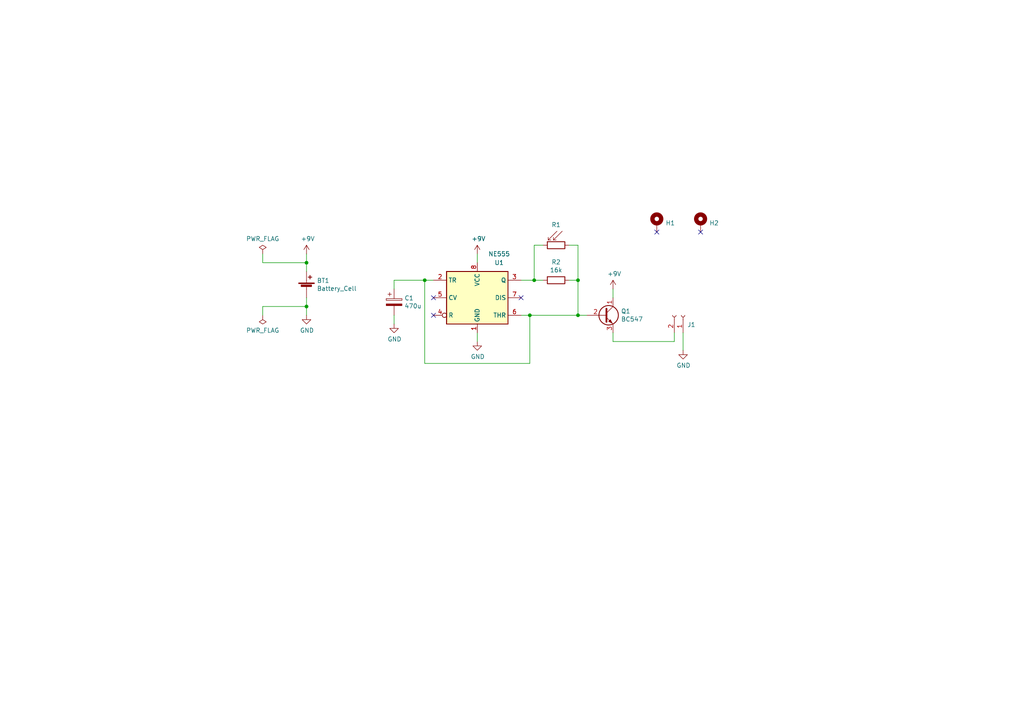
<source format=kicad_sch>
(kicad_sch (version 20211123) (generator eeschema)
  (paper "A4")
  (lib_symbols
    (symbol "555BreathingCircuit-rescue:CP-Device" (pin_numbers hide) (pin_names (offset 0.254))
      (property "Reference" "C" (at 0.635 2.54 0))
      (property "Value" "CP-Device" (at 0.635 -2.54 0))
      (symbol "CP-Device_0_1"
        (rectangle (start -2.286 0.508) (end 2.286 1.016))
        (polyline (pts (xy -1.778 2.286) (xy -0.762 2.286)))
        (polyline (pts (xy -1.27 2.794) (xy -1.27 1.778)))
        (rectangle (start 2.286 -0.508) (end -2.286 -1.016) (fill (type outline)))
      )
      (symbol "CP-Device_1_1"
        (pin passive line (at 0 3.81 270) (length 2.794) (name "~") (number "1"))
        (pin passive line (at 0 -3.81 90) (length 2.794) (name "~") (number "2"))
      )
    )
    (symbol "555BreathingCircuit-rescue:NE555-Timer"
      (property "Reference" "U" (at -10.16 8.89 0))
      (property "Value" "NE555-Timer" (at 2.54 8.89 0))
      (symbol "NE555-Timer_0_0"
        (pin power_in line (at 0 -10.16 90) (length 2.54) (name "GND") (number "1"))
        (pin power_in line (at 0 10.16 270) (length 2.54) (name "VCC") (number "8"))
      )
      (symbol "NE555-Timer_0_1"
        (rectangle (start -8.89 -7.62) (end 8.89 7.62) (stroke (width 0.254)) (fill (type background)))
        (rectangle (start -8.89 -7.62) (end 8.89 7.62) (stroke (width 0.254)) (fill (type background)))
      )
      (symbol "NE555-Timer_1_1"
        (pin input line (at -12.7 5.08 0) (length 3.81) (name "TR") (number "2"))
        (pin output line (at 12.7 5.08 180) (length 3.81) (name "Q") (number "3"))
        (pin input inverted (at -12.7 -5.08 0) (length 3.81) (name "R") (number "4"))
        (pin input line (at -12.7 0 0) (length 3.81) (name "CV") (number "5"))
        (pin input line (at 12.7 -5.08 180) (length 3.81) (name "THR") (number "6"))
        (pin input line (at 12.7 0 180) (length 3.81) (name "DIS") (number "7"))
      )
    )
    (symbol "Connector:Conn_01x02_Female" (pin_names (offset 1.016) hide)
      (property "Reference" "J" (at 0 2.54 0))
      (property "Value" "Conn_01x02_Female" (at 0 -5.08 0))
      (symbol "Conn_01x02_Female_1_1"
        (arc (start 0 -2.032) (mid -0.508 -2.54) (end 0 -3.048) (stroke (width 0.1524)))
        (polyline (pts (xy -1.27 -2.54) (xy -0.508 -2.54)) (stroke (width 0.1524)))
        (polyline (pts (xy -1.27 0) (xy -0.508 0)) (stroke (width 0.1524)))
        (arc (start 0 0.508) (mid -0.508 0) (end 0 -0.508) (stroke (width 0.1524)))
        (pin passive line (at -5.08 0 0) (length 3.81) (name "Pin_1") (number "1"))
        (pin passive line (at -5.08 -2.54 0) (length 3.81) (name "Pin_2") (number "2"))
      )
    )
    (symbol "Device:Battery_Cell" (pin_numbers hide) (pin_names (offset 0) hide)
      (property "Reference" "BT" (at 2.54 2.54 0))
      (property "Value" "Battery_Cell" (at 2.54 0 0))
      (symbol "Battery_Cell_0_1"
        (rectangle (start -2.286 1.778) (end 2.286 1.524) (fill (type outline)))
        (rectangle (start -1.5748 1.1938) (end 1.4732 0.6858) (fill (type outline)))
        (polyline (pts (xy 0 0.762) (xy 0 0)))
        (polyline (pts (xy 0 1.778) (xy 0 2.54)))
        (polyline (pts (xy 0.508 3.429) (xy 1.524 3.429)) (stroke (width 0.254)))
        (polyline (pts (xy 1.016 3.937) (xy 1.016 2.921)) (stroke (width 0.254)))
      )
      (symbol "Battery_Cell_1_1"
        (pin passive line (at 0 5.08 270) (length 2.54) (name "+") (number "1"))
        (pin passive line (at 0 -2.54 90) (length 2.54) (name "-") (number "2"))
      )
    )
    (symbol "Device:R" (pin_numbers hide) (pin_names (offset 0))
      (property "Reference" "R" (at 2.032 0 90))
      (property "Value" "R" (at 0 0 90))
      (symbol "R_0_1"
        (rectangle (start -1.016 -2.54) (end 1.016 2.54) (stroke (width 0.254)))
      )
      (symbol "R_1_1"
        (pin passive line (at 0 3.81 270) (length 1.27) (name "~") (number "1"))
        (pin passive line (at 0 -3.81 90) (length 1.27) (name "~") (number "2"))
      )
    )
    (symbol "Mechanical:MountingHole_Pad" (pin_numbers hide) (pin_names (offset 1.016) hide)
      (property "Reference" "H" (at 0 6.35 0))
      (property "Value" "MountingHole_Pad" (at 0 4.445 0))
      (symbol "MountingHole_Pad_0_1"
        (circle (center 0 1.27) (radius 1.27) (stroke (width 1.27)))
      )
      (symbol "MountingHole_Pad_1_1"
        (pin input line (at 0 -2.54 90) (length 2.54) (name "1") (number "1"))
      )
    )
    (symbol "Sensor_Optical:A1050" (pin_numbers hide) (pin_names (offset 0))
      (property "Reference" "R" (at -5.08 0 90))
      (property "Value" "A1050" (at 1.905 0 90))
      (symbol "A1050_0_1"
        (rectangle (start -1.016 2.54) (end 1.016 -2.54) (stroke (width 0.254)))
        (polyline (pts (xy -1.524 -2.286) (xy -4.064 0.254)))
        (polyline (pts (xy -1.524 -2.286) (xy -2.286 -2.286)))
        (polyline (pts (xy -1.524 -2.286) (xy -1.524 -1.524)))
        (polyline (pts (xy -1.524 -0.762) (xy -4.064 1.778)))
        (polyline (pts (xy -1.524 -0.762) (xy -2.286 -0.762)))
        (polyline (pts (xy -1.524 -0.762) (xy -1.524 0)))
      )
      (symbol "A1050_1_1"
        (pin passive line (at 0 3.81 270) (length 1.27) (name "~") (number "1"))
        (pin passive line (at 0 -3.81 90) (length 1.27) (name "~") (number "2"))
      )
    )
    (symbol "Transistor_BJT:BC547" (pin_names (offset 0) hide)
      (property "Reference" "Q" (at 5.08 1.905 0))
      (property "Value" "BC547" (at 5.08 0 0))
      (symbol "BC547_0_1"
        (polyline (pts (xy 0 0) (xy 0.635 0)))
        (polyline (pts (xy 0.635 0.635) (xy 2.54 2.54)))
        (polyline (pts (xy 0.635 -0.635) (xy 2.54 -2.54) (xy 2.54 -2.54)))
        (polyline (pts (xy 0.635 1.905) (xy 0.635 -1.905) (xy 0.635 -1.905)) (stroke (width 0.508)))
        (polyline (pts (xy 1.27 -1.778) (xy 1.778 -1.27) (xy 2.286 -2.286) (xy 1.27 -1.778) (xy 1.27 -1.778)) (fill (type outline)))
        (circle (center 1.27 0) (radius 2.8194) (stroke (width 0.254)))
      )
      (symbol "BC547_1_1"
        (pin passive line (at 2.54 5.08 270) (length 2.54) (name "C") (number "1"))
        (pin input line (at -5.08 0 0) (length 5.08) (name "B") (number "2"))
        (pin passive line (at 2.54 -5.08 90) (length 2.54) (name "E") (number "3"))
      )
    )
    (symbol "power:+9V" (power) (pin_names (offset 0))
      (property "Value" "+9V" (at 0 3.556 0))
      (symbol "+9V_0_1"
        (polyline (pts (xy -0.762 1.27) (xy 0 2.54)))
        (polyline (pts (xy 0 0) (xy 0 2.54)))
        (polyline (pts (xy 0 2.54) (xy 0.762 1.27)))
      )
      (symbol "+9V_1_1"
        (pin power_in line (at 0 0 90) (length 0) hide (name "+9V") (number "1"))
      )
    )
    (symbol "power:GND" (power) (pin_names (offset 0))
      (property "Value" "GND" (at 0 -3.81 0))
      (symbol "GND_0_1"
        (polyline (pts (xy 0 0) (xy 0 -1.27) (xy 1.27 -1.27) (xy 0 -2.54) (xy -1.27 -1.27) (xy 0 -1.27)))
      )
      (symbol "GND_1_1"
        (pin power_in line (at 0 0 270) (length 0) hide (name "GND") (number "1"))
      )
    )
    (symbol "power:PWR_FLAG" (power) (pin_numbers hide) (pin_names (offset 0) hide)
      (property "Value" "PWR_FLAG" (at 0 3.81 0))
      (symbol "PWR_FLAG_0_0"
        (pin power_out line (at 0 0 90) (length 0) (name "pwr") (number "1"))
      )
      (symbol "PWR_FLAG_0_1"
        (polyline (pts (xy 0 0) (xy 0 1.27) (xy -1.016 1.905) (xy 0 2.54) (xy 1.016 1.905) (xy 0 1.27)))
      )
    )
  )
  (junction (at 154.94 81.28))
  (junction (at 88.9 76.2))
  (junction (at 88.9 88.9))
  (junction (at 167.64 91.44))
  (junction (at 123.19 81.28))
  (junction (at 167.64 81.28))
  (junction (at 153.67 91.44))
  (no_connect (at 125.73 91.44))
  (no_connect (at 190.5 67.31))
  (no_connect (at 151.13 86.36))
  (no_connect (at 203.2 67.31))
  (no_connect (at 125.73 86.36))
  (wire (pts (xy 76.2 91.44) (xy 76.2 88.9)))
  (wire (pts (xy 114.3 81.28) (xy 123.19 81.28)))
  (wire (pts (xy 153.67 105.41) (xy 153.67 91.44)))
  (wire (pts (xy 154.94 81.28) (xy 157.48 81.28)))
  (wire (pts (xy 114.3 93.98) (xy 114.3 91.44)))
  (wire (pts (xy 138.43 76.2) (xy 138.43 73.66)))
  (wire (pts (xy 88.9 86.36) (xy 88.9 88.9)))
  (wire (pts (xy 138.43 99.06) (xy 138.43 96.52)))
  (wire (pts (xy 198.12 101.6) (xy 198.12 96.52)))
  (wire (pts (xy 88.9 88.9) (xy 88.9 91.44)))
  (wire (pts (xy 177.8 99.06) (xy 195.58 99.06)))
  (wire (pts (xy 123.19 81.28) (xy 123.19 105.41)))
  (wire (pts (xy 114.3 83.82) (xy 114.3 81.28)))
  (wire (pts (xy 165.1 71.12) (xy 167.64 71.12)))
  (wire (pts (xy 76.2 76.2) (xy 88.9 76.2)))
  (wire (pts (xy 165.1 81.28) (xy 167.64 81.28)))
  (wire (pts (xy 76.2 73.66) (xy 76.2 76.2)))
  (wire (pts (xy 167.64 91.44) (xy 153.67 91.44)))
  (wire (pts (xy 123.19 81.28) (xy 125.73 81.28)))
  (wire (pts (xy 76.2 88.9) (xy 88.9 88.9)))
  (wire (pts (xy 167.64 91.44) (xy 170.18 91.44)))
  (wire (pts (xy 157.48 71.12) (xy 154.94 71.12)))
  (wire (pts (xy 167.64 81.28) (xy 167.64 91.44)))
  (wire (pts (xy 88.9 73.66) (xy 88.9 76.2)))
  (wire (pts (xy 153.67 91.44) (xy 151.13 91.44)))
  (wire (pts (xy 167.64 71.12) (xy 167.64 81.28)))
  (wire (pts (xy 177.8 96.52) (xy 177.8 99.06)))
  (wire (pts (xy 123.19 105.41) (xy 153.67 105.41)))
  (wire (pts (xy 154.94 71.12) (xy 154.94 81.28)))
  (wire (pts (xy 195.58 99.06) (xy 195.58 96.52)))
  (wire (pts (xy 151.13 81.28) (xy 154.94 81.28)))
  (wire (pts (xy 88.9 76.2) (xy 88.9 78.74)))
  (wire (pts (xy 177.8 83.82) (xy 177.8 86.36)))
  (symbol (lib_id "555BreathingCircuit-rescue:NE555-Timer") (at 138.43 86.36 0) (unit 1)
    (property "Reference" "U1" (at 144.78 76.2 0))
    (property "Value" "NE555" (at 144.78 73.66 0))
    (property "Footprint" "Package_DIP:DIP-8_W7.62mm_Socket_LongPads" (effects hide))
    (property "Datasheet" "http://www.ti.com/lit/ds/symlink/ne555.pdf" (effects hide))
  )
  (symbol (lib_id "Device:Battery_Cell") (at 88.9 83.82 0) (unit 1)
    (property "Reference" "BT1" (at 91.8972 81.3816 0) (effects (justify left)))
    (property "Value" "Battery_Cell" (at 91.8972 83.693 0) (effects (justify left)))
    (property "Footprint" "customParts:9V_Batt_Clip" (effects hide))
  )
  (symbol (lib_id "power:GND") (at 88.9 91.44 0) (unit 1)
    (property "Reference" "#PWR04" (effects hide))
    (property "Value" "GND" (at 89.027 95.8342 0))
  )
  (symbol (lib_id "power:+9V") (at 88.9 73.66 0) (unit 1)
    (property "Reference" "#PWR02" (effects hide))
    (property "Value" "+9V" (at 89.281 69.2658 0))
  )
  (symbol (lib_id "power:+9V") (at 138.43 73.66 0) (unit 1)
    (property "Reference" "#PWR01" (effects hide))
    (property "Value" "+9V" (at 138.811 69.2658 0))
  )
  (symbol (lib_id "power:GND") (at 138.43 99.06 0) (unit 1)
    (property "Reference" "#PWR06" (effects hide))
    (property "Value" "GND" (at 138.557 103.4542 0))
  )
  (symbol (lib_id "555BreathingCircuit-rescue:CP-Device") (at 114.3 87.63 0) (unit 1)
    (property "Reference" "C1" (at 117.2972 86.4616 0) (effects (justify left)))
    (property "Value" "470u" (at 117.2972 88.773 0) (effects (justify left)))
    (property "Footprint" "Capacitor_THT:CP_Radial_D6.3mm_P2.50mm" (effects hide))
  )
  (symbol (lib_id "power:GND") (at 114.3 93.98 0) (unit 1)
    (property "Reference" "#PWR05" (effects hide))
    (property "Value" "GND" (at 114.427 98.3742 0))
  )
  (symbol (lib_id "Device:R") (at 161.29 81.28 270) (unit 1)
    (property "Reference" "R2" (at 161.29 76.0222 90))
    (property "Value" "16k" (at 161.29 78.3336 90))
    (property "Footprint" "Resistor_THT:R_Axial_DIN0207_L6.3mm_D2.5mm_P7.62mm_Horizontal" (effects hide))
  )
  (symbol (lib_id "Transistor_BJT:BC547") (at 175.26 91.44 0) (unit 1)
    (property "Reference" "Q1" (at 180.1114 90.2716 0) (effects (justify left)))
    (property "Value" "BC547" (at 180.1114 92.583 0) (effects (justify left)))
    (property "Footprint" "Package_TO_SOT_THT:TO-92_Inline" (effects hide))
    (property "Datasheet" "http://www.fairchildsemi.com/ds/BC/BC547.pdf" (effects hide))
  )
  (symbol (lib_id "power:+9V") (at 177.8 83.82 0) (unit 1)
    (property "Reference" "#PWR03" (effects hide))
    (property "Value" "+9V" (at 178.181 79.4258 0))
  )
  (symbol (lib_id "Sensor_Optical:A1050") (at 161.29 71.12 270) (unit 1)
    (property "Reference" "R1" (at 161.29 65.2018 90))
    (property "Value" "A1050" (effects hide))
    (property "Footprint" "OptoDevice:R_LDR_4.9x4.2mm_P2.54mm_Vertical" (effects hide))
    (property "Datasheet" "http://cdn-reichelt.de/documents/datenblatt/A500/A106012.pdf" (effects hide))
  )
  (symbol (lib_id "Connector:Conn_01x02_Female") (at 198.12 91.44 270) (mirror x) (unit 1)
    (property "Reference" "J1" (at 199.3392 94.1832 90) (effects (justify left)))
    (property "Value" "Conn_01x02_Female" (effects hide))
    (property "Footprint" "Connector_PinHeader_2.54mm:PinHeader_1x02_P2.54mm_Vertical" (effects hide))
  )
  (symbol (lib_id "power:GND") (at 198.12 101.6 0) (unit 1)
    (property "Reference" "#PWR07" (effects hide))
    (property "Value" "GND" (at 198.247 105.9942 0))
  )
  (symbol (lib_id "power:PWR_FLAG") (at 76.2 73.66 0) (unit 1)
    (property "Reference" "#FLG0101" (effects hide))
    (property "Value" "PWR_FLAG" (at 76.2 69.2658 0))
  )
  (symbol (lib_id "power:PWR_FLAG") (at 76.2 91.44 180) (unit 1)
    (property "Reference" "#FLG0102" (effects hide))
    (property "Value" "PWR_FLAG" (at 76.2 95.8342 0))
  )
  (symbol (lib_id "Mechanical:MountingHole_Pad") (at 190.5 64.77 0) (unit 1)
    (property "Reference" "H1" (at 193.04 64.6938 0) (effects (justify left)))
    (property "Value" "MountingHole_Pad" (effects hide))
    (property "Footprint" "Connector_Pin:Pin_D1.0mm_L10.0mm" (effects hide))
  )
  (symbol (lib_id "Mechanical:MountingHole_Pad") (at 203.2 64.77 0) (unit 1)
    (property "Reference" "H2" (at 205.74 64.6938 0) (effects (justify left)))
    (property "Value" "MountingHole_Pad" (effects hide))
    (property "Footprint" "Connector_Pin:Pin_D1.0mm_L10.0mm" (effects hide))
  )
)
</source>
